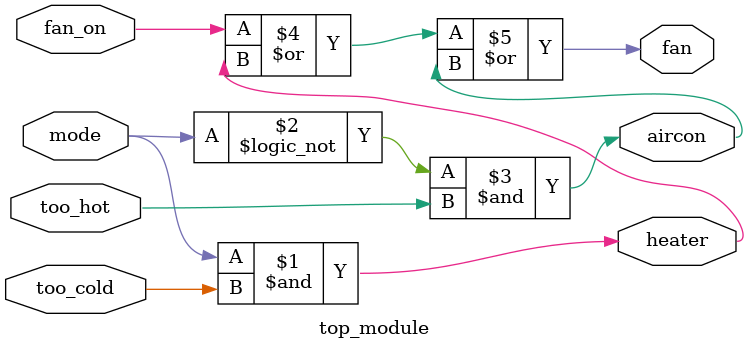
<source format=v>
module top_module (
    input too_cold,
    input too_hot,
    input mode,
    input fan_on,
    output heater,
    output aircon,
    output fan
);
    assign heater = mode & too_cold;
    assign aircon = !mode & too_hot;
	assign fan = fan_on | heater | aircon; 
    
endmodule
</source>
